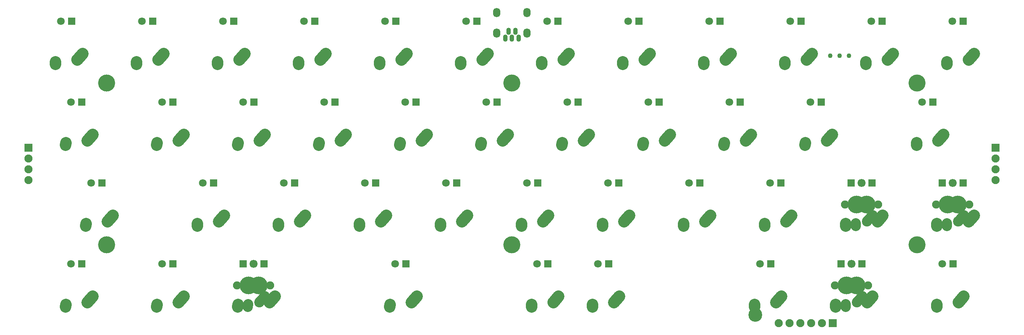
<source format=gbr>
G04 #@! TF.FileFunction,Soldermask,Top*
%FSLAX46Y46*%
G04 Gerber Fmt 4.6, Leading zero omitted, Abs format (unit mm)*
G04 Created by KiCad (PCBNEW 4.0.6) date 11/05/17 21:20:18*
%MOMM*%
%LPD*%
G01*
G04 APERTURE LIST*
%ADD10C,0.254000*%
%ADD11R,1.800200X1.800200*%
%ADD12C,1.800200*%
%ADD13C,4.000000*%
%ADD14O,1.957680X1.800200*%
%ADD15R,1.900000X1.900000*%
%ADD16O,1.900000X1.900000*%
%ADD17C,2.700000*%
%ADD18C,2.800000*%
%ADD19C,2.577000*%
%ADD20C,2.400000*%
%ADD21C,2.400000*%
%ADD22C,1.901800*%
%ADD23C,4.187800*%
%ADD24C,2.350000*%
%ADD25C,3.248000*%
%ADD26O,1.100000X1.700000*%
%ADD27O,1.700000X2.200000*%
%ADD28C,1.100000*%
G04 APERTURE END LIST*
D10*
D11*
X115570000Y-33020000D03*
D12*
X113030000Y-33020000D03*
D13*
X47625000Y-85725000D03*
X142875000Y-85725000D03*
X238125000Y-85725000D03*
X238125000Y-47625000D03*
X142875000Y-47625000D03*
X47625000Y-47625000D03*
D11*
X39370000Y-33020000D03*
D12*
X36830000Y-33020000D03*
D11*
X58420000Y-33020000D03*
D12*
X55880000Y-33020000D03*
D11*
X77470000Y-33020000D03*
D12*
X74930000Y-33020000D03*
D11*
X96520000Y-33020000D03*
D12*
X93980000Y-33020000D03*
D11*
X134620000Y-33020000D03*
D12*
X132080000Y-33020000D03*
D11*
X153670000Y-33020000D03*
D12*
X151130000Y-33020000D03*
D11*
X172720000Y-33020000D03*
D12*
X170180000Y-33020000D03*
D11*
X191770000Y-33020000D03*
D12*
X189230000Y-33020000D03*
D11*
X210820000Y-33020000D03*
D12*
X208280000Y-33020000D03*
D11*
X229870000Y-33020000D03*
D12*
X227330000Y-33020000D03*
D11*
X41751250Y-52070000D03*
D12*
X39211250Y-52070000D03*
D11*
X63182500Y-52070000D03*
D12*
X60642500Y-52070000D03*
D11*
X82232500Y-52070000D03*
D12*
X79692500Y-52070000D03*
D11*
X101282500Y-52070000D03*
D12*
X98742500Y-52070000D03*
D11*
X120332500Y-52070000D03*
D12*
X117792500Y-52070000D03*
D11*
X139382500Y-52070000D03*
D12*
X136842500Y-52070000D03*
D11*
X158432500Y-52070000D03*
D12*
X155892500Y-52070000D03*
D11*
X177482500Y-52070000D03*
D12*
X174942500Y-52070000D03*
D11*
X196532500Y-52070000D03*
D12*
X193992500Y-52070000D03*
D11*
X215582500Y-52070000D03*
D12*
X213042500Y-52070000D03*
D11*
X241776250Y-52070000D03*
D12*
X239236250Y-52070000D03*
D11*
X46513750Y-71120000D03*
D12*
X43973750Y-71120000D03*
D11*
X72707500Y-71120000D03*
D12*
X70167500Y-71120000D03*
D11*
X91757500Y-71120000D03*
D12*
X89217500Y-71120000D03*
D11*
X110807500Y-71120000D03*
D12*
X108267500Y-71120000D03*
D11*
X129857500Y-71120000D03*
D12*
X127317500Y-71120000D03*
D11*
X148907500Y-71120000D03*
D12*
X146367500Y-71120000D03*
D11*
X167957500Y-71120000D03*
D12*
X165417500Y-71120000D03*
D11*
X187007500Y-71120000D03*
D12*
X184467500Y-71120000D03*
D11*
X206057500Y-71120000D03*
D12*
X203517500Y-71120000D03*
D11*
X41751250Y-90170000D03*
D12*
X39211250Y-90170000D03*
D11*
X63182500Y-90170000D03*
D12*
X60642500Y-90170000D03*
D11*
X117951250Y-90170000D03*
D12*
X115411250Y-90170000D03*
D11*
X151288750Y-90170000D03*
D12*
X148748750Y-90170000D03*
D11*
X203676250Y-90170000D03*
D12*
X201136250Y-90170000D03*
D11*
X246538750Y-90170000D03*
D12*
X243998750Y-90170000D03*
D11*
X248920000Y-33020000D03*
D12*
X246380000Y-33020000D03*
D11*
X165576250Y-90170000D03*
D12*
X163036250Y-90170000D03*
D11*
X222566230Y-71120000D03*
X227488750Y-71120000D03*
D14*
X225027490Y-71120000D03*
D11*
X243997480Y-71120000D03*
X248920000Y-71120000D03*
D14*
X246458740Y-71120000D03*
D11*
X220184980Y-90170000D03*
X225107500Y-90170000D03*
D14*
X222646240Y-90170000D03*
D11*
X79691230Y-90170000D03*
X84613750Y-90170000D03*
D14*
X82152490Y-90170000D03*
D15*
X29210000Y-62865000D03*
D16*
X29210000Y-65405000D03*
X29210000Y-67945000D03*
X29210000Y-70485000D03*
D15*
X218281250Y-104140000D03*
D16*
X215741250Y-104140000D03*
X213201250Y-104140000D03*
X210661250Y-104140000D03*
X208121250Y-104140000D03*
X205581250Y-104140000D03*
D17*
X35560276Y-43179328D02*
X35599724Y-42600672D01*
D18*
X41881969Y-40660694D02*
X40618031Y-42079306D01*
D19*
X41900000Y-40640000D03*
X40600000Y-42100000D03*
D17*
X87947776Y-81279328D02*
X87987224Y-80700672D01*
D18*
X94269469Y-78760694D02*
X93005531Y-80179306D01*
D19*
X94287500Y-78740000D03*
X92987500Y-80200000D03*
D17*
X245110276Y-43179328D02*
X245149724Y-42600672D01*
D18*
X251431969Y-40660694D02*
X250168031Y-42079306D01*
D19*
X251450000Y-40640000D03*
X250150000Y-42100000D03*
D17*
X199866526Y-100329328D02*
X199905974Y-99750672D01*
D18*
X206188219Y-97810694D02*
X204924281Y-99229306D01*
D19*
X206206250Y-97790000D03*
X204906250Y-99250000D03*
D17*
X59372776Y-100329328D02*
X59412224Y-99750672D01*
D18*
X65694469Y-97810694D02*
X64430531Y-99229306D01*
D19*
X65712500Y-97790000D03*
X64412500Y-99250000D03*
D17*
X202247776Y-81279328D02*
X202287224Y-80700672D01*
D18*
X208569469Y-78760694D02*
X207305531Y-80179306D01*
D19*
X208587500Y-78740000D03*
X207287500Y-80200000D03*
D17*
X183197776Y-81279328D02*
X183237224Y-80700672D01*
D18*
X189519469Y-78760694D02*
X188255531Y-80179306D01*
D19*
X189537500Y-78740000D03*
X188237500Y-80200000D03*
D17*
X164147776Y-81279328D02*
X164187224Y-80700672D01*
D18*
X170469469Y-78760694D02*
X169205531Y-80179306D01*
D19*
X170487500Y-78740000D03*
X169187500Y-80200000D03*
D17*
X145097776Y-81279328D02*
X145137224Y-80700672D01*
D18*
X151419469Y-78760694D02*
X150155531Y-80179306D01*
D19*
X151437500Y-78740000D03*
X150137500Y-80200000D03*
D17*
X126047776Y-81279328D02*
X126087224Y-80700672D01*
D18*
X132369469Y-78760694D02*
X131105531Y-80179306D01*
D19*
X132387500Y-78740000D03*
X131087500Y-80200000D03*
D17*
X106997776Y-81279328D02*
X107037224Y-80700672D01*
D18*
X113319469Y-78760694D02*
X112055531Y-80179306D01*
D19*
X113337500Y-78740000D03*
X112037500Y-80200000D03*
D17*
X68897776Y-81279328D02*
X68937224Y-80700672D01*
D18*
X75219469Y-78760694D02*
X73955531Y-80179306D01*
D19*
X75237500Y-78740000D03*
X73937500Y-80200000D03*
D17*
X211772776Y-62229328D02*
X211812224Y-61650672D01*
D18*
X218094469Y-59710694D02*
X216830531Y-61129306D01*
D19*
X218112500Y-59690000D03*
X216812500Y-61150000D03*
D17*
X192722776Y-62229328D02*
X192762224Y-61650672D01*
D18*
X199044469Y-59710694D02*
X197780531Y-61129306D01*
D19*
X199062500Y-59690000D03*
X197762500Y-61150000D03*
D17*
X173672776Y-62229328D02*
X173712224Y-61650672D01*
D18*
X179994469Y-59710694D02*
X178730531Y-61129306D01*
D19*
X180012500Y-59690000D03*
X178712500Y-61150000D03*
D17*
X154622776Y-62229328D02*
X154662224Y-61650672D01*
D18*
X160944469Y-59710694D02*
X159680531Y-61129306D01*
D19*
X160962500Y-59690000D03*
X159662500Y-61150000D03*
D17*
X135572776Y-62229328D02*
X135612224Y-61650672D01*
D18*
X141894469Y-59710694D02*
X140630531Y-61129306D01*
D19*
X141912500Y-59690000D03*
X140612500Y-61150000D03*
D17*
X116522776Y-62229328D02*
X116562224Y-61650672D01*
D18*
X122844469Y-59710694D02*
X121580531Y-61129306D01*
D19*
X122862500Y-59690000D03*
X121562500Y-61150000D03*
D17*
X97472776Y-62229328D02*
X97512224Y-61650672D01*
D18*
X103794469Y-59710694D02*
X102530531Y-61129306D01*
D19*
X103812500Y-59690000D03*
X102512500Y-61150000D03*
D17*
X78422776Y-62229328D02*
X78462224Y-61650672D01*
D18*
X84744469Y-59710694D02*
X83480531Y-61129306D01*
D19*
X84762500Y-59690000D03*
X83462500Y-61150000D03*
D17*
X59372776Y-62229328D02*
X59412224Y-61650672D01*
D18*
X65694469Y-59710694D02*
X64430531Y-61129306D01*
D19*
X65712500Y-59690000D03*
X64412500Y-61150000D03*
D17*
X226060276Y-43179328D02*
X226099724Y-42600672D01*
D18*
X232381969Y-40660694D02*
X231118031Y-42079306D01*
D19*
X232400000Y-40640000D03*
X231100000Y-42100000D03*
D17*
X207010276Y-43179328D02*
X207049724Y-42600672D01*
D18*
X213331969Y-40660694D02*
X212068031Y-42079306D01*
D19*
X213350000Y-40640000D03*
X212050000Y-42100000D03*
D17*
X187960276Y-43179328D02*
X187999724Y-42600672D01*
D18*
X194281969Y-40660694D02*
X193018031Y-42079306D01*
D19*
X194300000Y-40640000D03*
X193000000Y-42100000D03*
D17*
X168910276Y-43179328D02*
X168949724Y-42600672D01*
D18*
X175231969Y-40660694D02*
X173968031Y-42079306D01*
D19*
X175250000Y-40640000D03*
X173950000Y-42100000D03*
D17*
X149860276Y-43179328D02*
X149899724Y-42600672D01*
D18*
X156181969Y-40660694D02*
X154918031Y-42079306D01*
D19*
X156200000Y-40640000D03*
X154900000Y-42100000D03*
D17*
X130810276Y-43179328D02*
X130849724Y-42600672D01*
D18*
X137131969Y-40660694D02*
X135868031Y-42079306D01*
D19*
X137150000Y-40640000D03*
X135850000Y-42100000D03*
D17*
X111760276Y-43179328D02*
X111799724Y-42600672D01*
D18*
X118081969Y-40660694D02*
X116818031Y-42079306D01*
D19*
X118100000Y-40640000D03*
X116800000Y-42100000D03*
D17*
X92710276Y-43179328D02*
X92749724Y-42600672D01*
D18*
X99031969Y-40660694D02*
X97768031Y-42079306D01*
D19*
X99050000Y-40640000D03*
X97750000Y-42100000D03*
D17*
X73660276Y-43179328D02*
X73699724Y-42600672D01*
D18*
X79981969Y-40660694D02*
X78718031Y-42079306D01*
D19*
X80000000Y-40640000D03*
X78700000Y-42100000D03*
D17*
X54610276Y-43179328D02*
X54649724Y-42600672D01*
D18*
X60931969Y-40660694D02*
X59668031Y-42079306D01*
D19*
X60950000Y-40640000D03*
X59650000Y-42100000D03*
D17*
X37941526Y-100329328D02*
X37980974Y-99750672D01*
D18*
X44263219Y-97810694D02*
X42999281Y-99229306D01*
D19*
X44281250Y-97790000D03*
X42981250Y-99250000D03*
D17*
X37941526Y-62229328D02*
X37980974Y-61650672D01*
D18*
X44263219Y-59710694D02*
X42999281Y-61129306D01*
D19*
X44281250Y-59690000D03*
X42981250Y-61150000D03*
D17*
X242729026Y-100329328D02*
X242768474Y-99750672D01*
D18*
X249050719Y-97810694D02*
X247786781Y-99229306D01*
D19*
X249068750Y-97790000D03*
X247768750Y-99250000D03*
D17*
X42704026Y-81279328D02*
X42743474Y-80700672D01*
D18*
X49025719Y-78760694D02*
X47761781Y-80179306D01*
D19*
X49043750Y-78740000D03*
X47743750Y-80200000D03*
D17*
X237966526Y-62229328D02*
X238005974Y-61650672D01*
D18*
X244288219Y-59710694D02*
X243024281Y-61129306D01*
D19*
X244306250Y-59690000D03*
X243006250Y-61150000D03*
D20*
X227618199Y-78760694D02*
X226354261Y-80179306D01*
D18*
X230000719Y-78760694D02*
X228736781Y-80179306D01*
D21*
X226336230Y-80200000D03*
X227636230Y-78740000D03*
D17*
X221296506Y-81279328D02*
X221335954Y-80700672D01*
D22*
X228916230Y-76200000D03*
D23*
X223836230Y-76200000D03*
X226218750Y-76200000D03*
D22*
X221138750Y-76200000D03*
D24*
X223677325Y-81304271D02*
X223720175Y-80675729D01*
D19*
X230018750Y-78740000D03*
X228718750Y-80200000D03*
D20*
X225236949Y-97810694D02*
X223973011Y-99229306D01*
D18*
X227619469Y-97810694D02*
X226355531Y-99229306D01*
D21*
X223954980Y-99250000D03*
X225254980Y-97790000D03*
D17*
X218915256Y-100329328D02*
X218954704Y-99750672D01*
D22*
X226534980Y-95250000D03*
D23*
X221454980Y-95250000D03*
X223837500Y-95250000D03*
D22*
X218757500Y-95250000D03*
D24*
X221296075Y-100354271D02*
X221338925Y-99725729D01*
D19*
X227637500Y-97790000D03*
X226337500Y-99250000D03*
D20*
X249049449Y-78760694D02*
X247785511Y-80179306D01*
D18*
X251431969Y-78760694D02*
X250168031Y-80179306D01*
D21*
X247767480Y-80200000D03*
X249067480Y-78740000D03*
D17*
X242727756Y-81279328D02*
X242767204Y-80700672D01*
D22*
X250347480Y-76200000D03*
D23*
X245267480Y-76200000D03*
X247650000Y-76200000D03*
D22*
X242570000Y-76200000D03*
D24*
X245108575Y-81304271D02*
X245151425Y-80675729D01*
D19*
X251450000Y-78740000D03*
X250150000Y-80200000D03*
D20*
X84743199Y-97810694D02*
X83479261Y-99229306D01*
D18*
X87125719Y-97810694D02*
X85861781Y-99229306D01*
D21*
X83461230Y-99250000D03*
X84761230Y-97790000D03*
D17*
X78421506Y-100329328D02*
X78460954Y-99750672D01*
D22*
X86041230Y-95250000D03*
D23*
X80961230Y-95250000D03*
X83343750Y-95250000D03*
D22*
X78263750Y-95250000D03*
D24*
X80802325Y-100354271D02*
X80845175Y-99725729D01*
D19*
X87143750Y-97790000D03*
X85843750Y-99250000D03*
D25*
X200056750Y-102235000D03*
D17*
X147479026Y-100329328D02*
X147518474Y-99750672D01*
D18*
X153800719Y-97810694D02*
X152536781Y-99229306D01*
D19*
X153818750Y-97790000D03*
X152518750Y-99250000D03*
D17*
X114141526Y-100329328D02*
X114180974Y-99750672D01*
D18*
X120463219Y-97810694D02*
X119199281Y-99229306D01*
D19*
X120481250Y-97790000D03*
X119181250Y-99250000D03*
D17*
X161766526Y-100329328D02*
X161805974Y-99750672D01*
D18*
X168088219Y-97810694D02*
X166824281Y-99229306D01*
D19*
X168106250Y-97790000D03*
X166806250Y-99250000D03*
D26*
X142875000Y-37047780D03*
X142077440Y-35448900D03*
X144472660Y-37047780D03*
X143672560Y-35448900D03*
D27*
X146431000Y-30988000D03*
X139319000Y-30988000D03*
D26*
X141277340Y-37047780D03*
D27*
X139319000Y-35814000D03*
X146431000Y-35814000D03*
D15*
X256540000Y-62865000D03*
D16*
X256540000Y-65405000D03*
X256540000Y-67945000D03*
X256540000Y-70485000D03*
D28*
X222062400Y-41177600D03*
X219862400Y-41177600D03*
X217662400Y-41177600D03*
M02*

</source>
